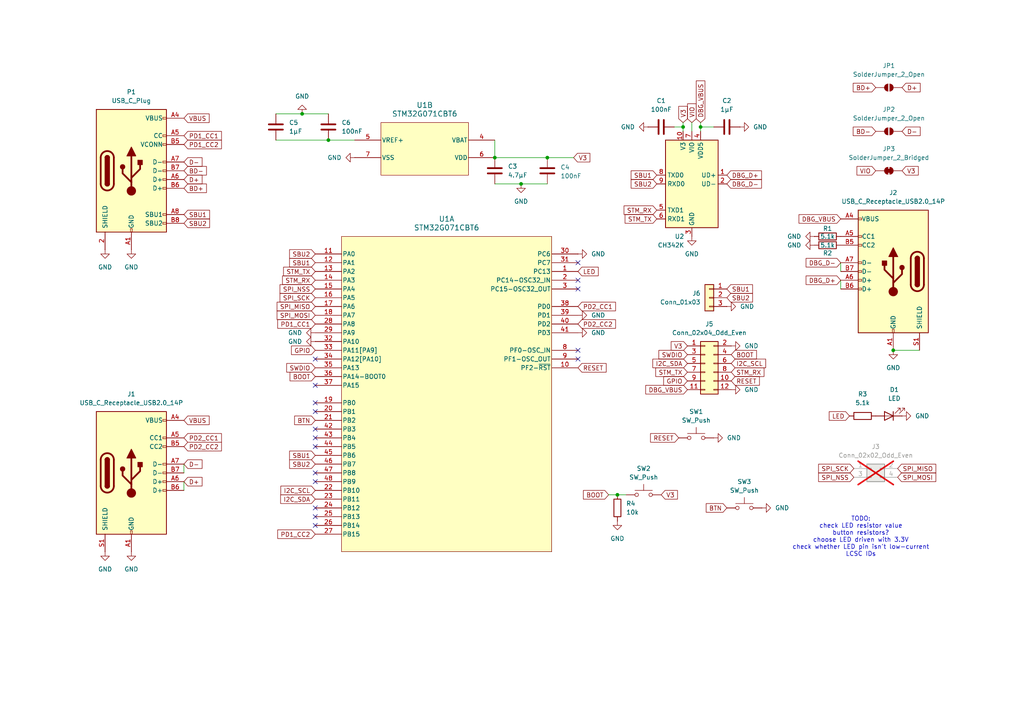
<source format=kicad_sch>
(kicad_sch (version 20231120) (generator "eeschema") (generator_version "8.0")
  (paper "A4")
  (lib_symbols
    (symbol "Connector:USB_C_Plug" (pin_names (offset 1.016))
      (property "Reference" "P1" (at 0 33.02 0))
      (property "Value" "USB_C_Plug" (at 0 30.48 0))
      (symbol "USB_C_Plug_0_0"
        (rectangle (start -0.254 -6.604) (end 0.254 -7.62))
        (rectangle (start 9.144 5.334) (end 10.16 4.826))
        (rectangle (start 9.144 7.874) (end 10.16 7.366))
        (rectangle (start 9.144 10.414) (end 10.16 9.906))
        (rectangle (start 9.144 12.954) (end 10.16 12.446))
        (rectangle (start 9.144 18.034) (end 10.16 17.526))
        (rectangle (start 10.16 -4.826) (end 9.144 -5.334))
        (rectangle (start 10.16 -2.286) (end 9.144 -2.794))
        (rectangle (start 10.16 20.574) (end 9.144 20.066))
        (rectangle (start 10.16 25.654) (end 9.144 25.146))
      )
      (symbol "USB_C_Plug_0_1"
        (rectangle (start -10.16 27.94) (end 10.16 -7.62) (stroke (width 0.254)) (fill (type background)))
        (arc (start -8.89 6.35) (mid -6.985 4.4533) (end -5.08 6.35) (stroke (width 0.508)))
        (arc (start -7.62 6.35) (mid -6.985 5.7177) (end -6.35 6.35) (stroke (width 0.254)))
        (arc (start -7.62 6.35) (mid -6.985 5.7177) (end -6.35 6.35) (stroke (width 0.254)) (fill (type outline)))
        (rectangle (start -7.62 6.35) (end -6.35 13.97) (stroke (width 0.254)) (fill (type outline)))
        (arc (start -6.35 13.97) (mid -6.985 14.6023) (end -7.62 13.97) (stroke (width 0.254)))
        (arc (start -6.35 13.97) (mid -6.985 14.6023) (end -7.62 13.97) (stroke (width 0.254)) (fill (type outline)))
        (arc (start -5.08 13.97) (mid -6.985 15.8667) (end -8.89 13.97) (stroke (width 0.508)))
        (polyline (pts (xy -8.89 6.35) (xy -8.89 13.97)) (stroke (width 0.508)))
        (polyline (pts (xy -5.08 13.97) (xy -5.08 6.35)) (stroke (width 0.508)))
      )
      (symbol "USB_C_Plug_1_1"
        (circle (center -2.54 11.303) (radius 0.635) (stroke (width 0.254)) (fill (type outline)))
        (polyline (pts (xy 0 4.318) (xy 0 14.478)) (stroke (width 0.508)))
        (polyline (pts (xy 0 6.858) (xy -2.54 9.398) (xy -2.54 10.668)) (stroke (width 0.508)))
        (polyline (pts (xy 0 8.128) (xy 2.54 10.668) (xy 2.54 11.938)) (stroke (width 0.508)))
        (polyline (pts (xy -1.27 14.478) (xy 0 17.018) (xy 1.27 14.478) (xy -1.27 14.478)) (stroke (width 0.254)) (fill (type outline)))
        (circle (center 0 4.318) (radius 1.27) (fill (type outline)))
        (rectangle (start 1.905 11.938) (end 3.175 13.208) (stroke (width 0.254)) (fill (type outline)))
        (pin passive line (at -7.62 -12.7 90) (length 5.08) (name "SHIELD") (number "2"))
        (pin passive line (at -7.62 -12.7 90) (length 5.08) hide (name "SHIELD") (number "3"))
        (pin passive line (at 0 -12.7 90) (length 5.08) (name "GND") (number "A1"))
        (pin passive line (at 0 -12.7 90) (length 5.08) hide (name "GND") (number "A12"))
        (pin passive line (at 15.24 25.4 180) (length 5.08) (name "VBUS") (number "A4"))
        (pin bidirectional line (at 15.24 20.32 180) (length 5.08) (name "CC") (number "A5"))
        (pin bidirectional line (at 15.24 7.62 180) (length 5.08) (name "D+") (number "A6"))
        (pin bidirectional line (at 15.24 12.7 180) (length 5.08) (name "D-") (number "A7"))
        (pin bidirectional line (at 15.24 -2.54 180) (length 5.08) (name "SBU1") (number "A8"))
        (pin passive line (at 15.24 25.4 180) (length 5.08) hide (name "VBUS") (number "A9"))
        (pin passive line (at 0 -12.7 90) (length 5.08) hide (name "GND") (number "B1"))
        (pin passive line (at 0 -12.7 90) (length 5.08) hide (name "GND") (number "B12"))
        (pin passive line (at 15.24 25.4 180) (length 5.08) hide (name "VBUS") (number "B4"))
        (pin bidirectional line (at 15.24 17.78 180) (length 5.08) (name "VCONN") (number "B5"))
        (pin bidirectional line (at 15.24 5.08 180) (length 5.08) (name "D+") (number "B6"))
        (pin bidirectional line (at 15.24 10.16 180) (length 5.08) (name "D-") (number "B7"))
        (pin bidirectional line (at 15.24 -5.08 180) (length 5.08) (name "SBU2") (number "B8"))
        (pin passive line (at 15.24 25.4 180) (length 5.08) hide (name "VBUS") (number "B9"))
      )
    )
    (symbol "Connector:USB_C_Receptacle_USB2.0_14P" (pin_names (offset 1.016))
      (property "Reference" "J2" (at 0 22.86 0))
      (property "Value" "USB_C_Receptacle_USB2.0_14P" (at 0 20.32 0))
      (symbol "USB_C_Receptacle_USB2.0_14P_0_0"
        (rectangle (start -0.254 -17.78) (end 0.254 -16.764))
        (rectangle (start 10.16 -4.826) (end 9.144 -5.334))
        (rectangle (start 10.16 -2.286) (end 9.144 -2.794))
        (rectangle (start 10.16 0.254) (end 9.144 -0.254))
        (rectangle (start 10.16 2.794) (end 9.144 2.286))
        (rectangle (start 10.16 7.874) (end 9.144 7.366))
        (rectangle (start 10.16 10.414) (end 9.144 9.906))
        (rectangle (start 10.16 15.494) (end 9.144 14.986))
      )
      (symbol "USB_C_Receptacle_USB2.0_14P_0_1"
        (rectangle (start -10.16 17.78) (end 10.16 -17.78) (stroke (width 0.254)) (fill (type background)))
        (arc (start -8.89 -3.81) (mid -6.985 -5.7067) (end -5.08 -3.81) (stroke (width 0.508)))
        (arc (start -7.62 -3.81) (mid -6.985 -4.4423) (end -6.35 -3.81) (stroke (width 0.254)))
        (arc (start -7.62 -3.81) (mid -6.985 -4.4423) (end -6.35 -3.81) (stroke (width 0.254)) (fill (type outline)))
        (rectangle (start -7.62 -3.81) (end -6.35 3.81) (stroke (width 0.254)) (fill (type outline)))
        (arc (start -6.35 3.81) (mid -6.985 4.4423) (end -7.62 3.81) (stroke (width 0.254)))
        (arc (start -6.35 3.81) (mid -6.985 4.4423) (end -7.62 3.81) (stroke (width 0.254)) (fill (type outline)))
        (arc (start -5.08 3.81) (mid -6.985 5.7067) (end -8.89 3.81) (stroke (width 0.508)))
        (circle (center -2.54 1.143) (radius 0.635) (stroke (width 0.254)) (fill (type outline)))
        (circle (center 0 -5.842) (radius 1.27) (fill (type outline)))
        (polyline (pts (xy -8.89 -3.81) (xy -8.89 3.81)) (stroke (width 0.508)))
        (polyline (pts (xy -5.08 3.81) (xy -5.08 -3.81)) (stroke (width 0.508)))
        (polyline (pts (xy 0 -5.842) (xy 0 4.318)) (stroke (width 0.508)))
        (polyline (pts (xy 0 -3.302) (xy -2.54 -0.762) (xy -2.54 0.508)) (stroke (width 0.508)))
        (polyline (pts (xy 0 -2.032) (xy 2.54 0.508) (xy 2.54 1.778)) (stroke (width 0.508)))
        (polyline (pts (xy -1.27 4.318) (xy 0 6.858) (xy 1.27 4.318) (xy -1.27 4.318)) (stroke (width 0.254)) (fill (type outline)))
        (rectangle (start 1.905 1.778) (end 3.175 3.048) (stroke (width 0.254)) (fill (type outline)))
      )
      (symbol "USB_C_Receptacle_USB2.0_14P_1_1"
        (pin passive line (at 0 -22.86 90) (length 5.08) (name "GND") (number "A1"))
        (pin passive line (at 15.24 15.24 180) (length 5.08) (name "VBUS") (number "A4"))
        (pin bidirectional line (at 15.24 10.16 180) (length 5.08) (name "CC1") (number "A5"))
        (pin bidirectional line (at 15.24 -2.54 180) (length 5.08) (name "D+") (number "A6"))
        (pin bidirectional line (at 15.24 2.54 180) (length 5.08) (name "D-") (number "A7"))
        (pin passive line (at 0 -22.86 90) (length 5.08) hide (name "GND") (number "B1"))
        (pin passive line (at 15.24 15.24 180) (length 5.08) hide (name "VBUS") (number "B4"))
        (pin bidirectional line (at 15.24 7.62 180) (length 5.08) (name "CC2") (number "B5"))
        (pin bidirectional line (at 15.24 -5.08 180) (length 5.08) (name "D+") (number "B6"))
        (pin bidirectional line (at 15.24 0 180) (length 5.08) (name "D-") (number "B7"))
        (pin passive line (at -7.62 -22.86 90) (length 5.08) (name "SHIELD") (number "S1"))
      )
    )
    (symbol "Connector_Generic:Conn_01x03" (pin_names (offset 1.016) hide)
      (property "Reference" "J" (at 0 5.08 0))
      (property "Value" "Conn_01x03" (at 0 -5.08 0))
      (symbol "Conn_01x03_1_1"
        (rectangle (start -1.27 -2.413) (end 0 -2.667) (stroke (width 0.1524)))
        (rectangle (start -1.27 0.127) (end 0 -0.127) (stroke (width 0.1524)))
        (rectangle (start -1.27 2.667) (end 0 2.413) (stroke (width 0.1524)))
        (rectangle (start -1.27 3.81) (end 1.27 -3.81) (stroke (width 0.254)) (fill (type background)))
        (pin passive line (at -5.08 2.54 0) (length 3.81) (name "Pin_1") (number "1"))
        (pin passive line (at -5.08 0 0) (length 3.81) (name "Pin_2") (number "2"))
        (pin passive line (at -5.08 -2.54 0) (length 3.81) (name "Pin_3") (number "3"))
      )
    )
    (symbol "Connector_Generic:Conn_02x02_Odd_Even" (pin_names (offset 1.016) hide)
      (property "Reference" "J" (at 1.27 2.54 0))
      (property "Value" "Conn_02x02_Odd_Even" (at 1.27 -5.08 0))
      (symbol "Conn_02x02_Odd_Even_1_1"
        (rectangle (start -1.27 -2.413) (end 0 -2.667) (stroke (width 0.1524)))
        (rectangle (start -1.27 0.127) (end 0 -0.127) (stroke (width 0.1524)))
        (rectangle (start -1.27 1.27) (end 3.81 -3.81) (stroke (width 0.254)) (fill (type background)))
        (rectangle (start 3.81 -2.413) (end 2.54 -2.667) (stroke (width 0.1524)))
        (rectangle (start 3.81 0.127) (end 2.54 -0.127) (stroke (width 0.1524)))
        (pin passive line (at -5.08 0 0) (length 3.81) (name "Pin_1") (number "1"))
        (pin passive line (at 7.62 0 180) (length 3.81) (name "Pin_2") (number "2"))
        (pin passive line (at -5.08 -2.54 0) (length 3.81) (name "Pin_3") (number "3"))
        (pin passive line (at 7.62 -2.54 180) (length 3.81) (name "Pin_4") (number "4"))
      )
    )
    (symbol "Connector_Generic:Conn_02x06_Odd_Even" (pin_names (offset 1.016) hide)
      (property "Reference" "J" (at 1.27 7.62 0))
      (property "Value" "Conn_02x06_Odd_Even" (at 1.27 -10.16 0))
      (symbol "Conn_02x06_Odd_Even_1_1"
        (rectangle (start -1.27 -7.493) (end 0 -7.747) (stroke (width 0.1524)))
        (rectangle (start -1.27 -4.953) (end 0 -5.207) (stroke (width 0.1524)))
        (rectangle (start -1.27 -2.413) (end 0 -2.667) (stroke (width 0.1524)))
        (rectangle (start -1.27 0.127) (end 0 -0.127) (stroke (width 0.1524)))
        (rectangle (start -1.27 2.667) (end 0 2.413) (stroke (width 0.1524)))
        (rectangle (start -1.27 5.207) (end 0 4.953) (stroke (width 0.1524)))
        (rectangle (start -1.27 6.35) (end 3.81 -8.89) (stroke (width 0.254)) (fill (type background)))
        (rectangle (start 3.81 -7.493) (end 2.54 -7.747) (stroke (width 0.1524)))
        (rectangle (start 3.81 -4.953) (end 2.54 -5.207) (stroke (width 0.1524)))
        (rectangle (start 3.81 -2.413) (end 2.54 -2.667) (stroke (width 0.1524)))
        (rectangle (start 3.81 0.127) (end 2.54 -0.127) (stroke (width 0.1524)))
        (rectangle (start 3.81 2.667) (end 2.54 2.413) (stroke (width 0.1524)))
        (rectangle (start 3.81 5.207) (end 2.54 4.953) (stroke (width 0.1524)))
        (pin passive line (at -5.08 5.08 0) (length 3.81) (name "Pin_1") (number "1"))
        (pin passive line (at 7.62 -5.08 180) (length 3.81) (name "Pin_10") (number "10"))
        (pin passive line (at -5.08 -7.62 0) (length 3.81) (name "Pin_11") (number "11"))
        (pin passive line (at 7.62 -7.62 180) (length 3.81) (name "Pin_12") (number "12"))
        (pin passive line (at 7.62 5.08 180) (length 3.81) (name "Pin_2") (number "2"))
        (pin passive line (at -5.08 2.54 0) (length 3.81) (name "Pin_3") (number "3"))
        (pin passive line (at 7.62 2.54 180) (length 3.81) (name "Pin_4") (number "4"))
        (pin passive line (at -5.08 0 0) (length 3.81) (name "Pin_5") (number "5"))
        (pin passive line (at 7.62 0 180) (length 3.81) (name "Pin_6") (number "6"))
        (pin passive line (at -5.08 -2.54 0) (length 3.81) (name "Pin_7") (number "7"))
        (pin passive line (at 7.62 -2.54 180) (length 3.81) (name "Pin_8") (number "8"))
        (pin passive line (at -5.08 -5.08 0) (length 3.81) (name "Pin_9") (number "9"))
      )
    )
    (symbol "Debubo:STM32G071CBT6" (pin_names (offset 0.254))
      (property "Reference" "U" (at 38.1 10.16 0))
      (property "Value" "STM32G071CBT6" (at 38.1 7.62 0))
      (symbol "STM32G071CBT6_1_1"
        (rectangle (start 7.62 5.08) (end 68.58 -86.36) (fill (type background)))
        (pin bidirectional line (at 76.2 -5.08 180) (length 7.62) (name "PC13") (number "1"))
        (pin bidirectional line (at 76.2 -33.02 180) (length 7.62) (name "PF2-~{RST}") (number "10"))
        (pin bidirectional line (at 0 0 0) (length 7.62) (name "PA0") (number "11"))
        (pin bidirectional line (at 0 -2.54 0) (length 7.62) (name "PA1") (number "12"))
        (pin bidirectional line (at 0 -5.08 0) (length 7.62) (name "PA2") (number "13"))
        (pin bidirectional line (at 0 -7.62 0) (length 7.62) (name "PA3") (number "14"))
        (pin bidirectional line (at 0 -10.16 0) (length 7.62) (name "PA4") (number "15"))
        (pin bidirectional line (at 0 -12.7 0) (length 7.62) (name "PA5") (number "16"))
        (pin bidirectional line (at 0 -15.24 0) (length 7.62) (name "PA6") (number "17"))
        (pin bidirectional line (at 0 -17.78 0) (length 7.62) (name "PA7") (number "18"))
        (pin bidirectional line (at 0 -43.18 0) (length 7.62) (name "PB0") (number "19"))
        (pin bidirectional line (at 76.2 -7.62 180) (length 7.62) (name "PC14-OSC32_IN") (number "2"))
        (pin bidirectional line (at 0 -45.72 0) (length 7.62) (name "PB1") (number "20"))
        (pin bidirectional line (at 0 -48.26 0) (length 7.62) (name "PB2") (number "21"))
        (pin bidirectional line (at 0 -68.58 0) (length 7.62) (name "PB10") (number "22"))
        (pin bidirectional line (at 0 -71.12 0) (length 7.62) (name "PB11") (number "23"))
        (pin bidirectional line (at 0 -73.66 0) (length 7.62) (name "PB12") (number "24"))
        (pin bidirectional line (at 0 -76.2 0) (length 7.62) (name "PB13") (number "25"))
        (pin bidirectional line (at 0 -78.74 0) (length 7.62) (name "PB14") (number "26"))
        (pin bidirectional line (at 0 -81.28 0) (length 7.62) (name "PB15") (number "27"))
        (pin bidirectional line (at 0 -20.32 0) (length 7.62) (name "PA8") (number "28"))
        (pin bidirectional line (at 0 -22.86 0) (length 7.62) (name "PA9") (number "29"))
        (pin bidirectional line (at 76.2 -10.16 180) (length 7.62) (name "PC15-OSC32_OUT") (number "3"))
        (pin bidirectional line (at 76.2 0 180) (length 7.62) (name "PC6") (number "30"))
        (pin bidirectional line (at 76.2 -2.54 180) (length 7.62) (name "PC7") (number "31"))
        (pin bidirectional line (at 0 -25.4 0) (length 7.62) (name "PA10") (number "32"))
        (pin bidirectional line (at 0 -27.94 0) (length 7.62) (name "PA11[PA9]") (number "33"))
        (pin bidirectional line (at 0 -30.48 0) (length 7.62) (name "PA12[PA10]") (number "34"))
        (pin bidirectional line (at 0 -33.02 0) (length 7.62) (name "PA13") (number "35"))
        (pin bidirectional line (at 0 -35.56 0) (length 7.62) (name "PA14-BOOT0") (number "36"))
        (pin bidirectional line (at 0 -38.1 0) (length 7.62) (name "PA15") (number "37"))
        (pin bidirectional line (at 76.2 -15.24 180) (length 7.62) (name "PD0") (number "38"))
        (pin bidirectional line (at 76.2 -17.78 180) (length 7.62) (name "PD1") (number "39"))
        (pin bidirectional line (at 76.2 -20.32 180) (length 7.62) (name "PD2") (number "40"))
        (pin bidirectional line (at 76.2 -22.86 180) (length 7.62) (name "PD3") (number "41"))
        (pin bidirectional line (at 0 -50.8 0) (length 7.62) (name "PB3") (number "42"))
        (pin bidirectional line (at 0 -53.34 0) (length 7.62) (name "PB4") (number "43"))
        (pin bidirectional line (at 0 -55.88 0) (length 7.62) (name "PB5") (number "44"))
        (pin bidirectional line (at 0 -58.42 0) (length 7.62) (name "PB6") (number "45"))
        (pin bidirectional line (at 0 -60.96 0) (length 7.62) (name "PB7") (number "46"))
        (pin bidirectional line (at 0 -63.5 0) (length 7.62) (name "PB8") (number "47"))
        (pin bidirectional line (at 0 -66.04 0) (length 7.62) (name "PB9") (number "48"))
        (pin bidirectional line (at 76.2 -27.94 180) (length 7.62) (name "PF0-OSC_IN") (number "8"))
        (pin bidirectional line (at 76.2 -30.48 180) (length 7.62) (name "PF1-OSC_OUT") (number "9"))
      )
      (symbol "STM32G071CBT6_2_1"
        (rectangle (start 7.62 5.08) (end 33.02 -10.16) (fill (type background)))
        (pin power_in line (at 40.64 0 180) (length 7.62) (name "VBAT") (number "4"))
        (pin power_in line (at 0 0 0) (length 7.62) (name "VREF+") (number "5"))
        (pin power_in line (at 40.64 -5.08 180) (length 7.62) (name "VDD") (number "6"))
        (pin power_in line (at 0 -5.08 0) (length 7.62) (name "VSS") (number "7"))
      )
    )
    (symbol "Device:C" (pin_numbers hide) (pin_names (offset 0.254))
      (property "Reference" "C" (at 0.635 2.54 0))
      (property "Value" "C" (at 0.635 -2.54 0))
      (symbol "C_0_1"
        (polyline (pts (xy -2.032 -0.762) (xy 2.032 -0.762)) (stroke (width 0.508)))
        (polyline (pts (xy -2.032 0.762) (xy 2.032 0.762)) (stroke (width 0.508)))
      )
      (symbol "C_1_1"
        (pin passive line (at 0 3.81 270) (length 2.794) (name "~") (number "1"))
        (pin passive line (at 0 -3.81 90) (length 2.794) (name "~") (number "2"))
      )
    )
    (symbol "Device:LED" (pin_numbers hide) (pin_names (offset 1.016) hide)
      (property "Reference" "D" (at 0 2.54 0))
      (property "Value" "LED" (at 0 -2.54 0))
      (symbol "LED_0_1"
        (polyline (pts (xy -1.27 -1.27) (xy -1.27 1.27)) (stroke (width 0.254)))
        (polyline (pts (xy -1.27 0) (xy 1.27 0)))
        (polyline (pts (xy 1.27 -1.27) (xy 1.27 1.27) (xy -1.27 0) (xy 1.27 -1.27)) (stroke (width 0.254)))
        (polyline (pts (xy -3.048 -0.762) (xy -4.572 -2.286) (xy -3.81 -2.286) (xy -4.572 -2.286) (xy -4.572 -1.524)))
        (polyline (pts (xy -1.778 -0.762) (xy -3.302 -2.286) (xy -2.54 -2.286) (xy -3.302 -2.286) (xy -3.302 -1.524)))
      )
      (symbol "LED_1_1"
        (pin passive line (at -3.81 0 0) (length 2.54) (name "K") (number "1"))
        (pin passive line (at 3.81 0 180) (length 2.54) (name "A") (number "2"))
      )
    )
    (symbol "Device:R" (pin_numbers hide) (pin_names (offset 0))
      (property "Reference" "R" (at 2.032 0 90))
      (property "Value" "R" (at 0 0 90))
      (symbol "R_0_1"
        (rectangle (start -1.016 -2.54) (end 1.016 2.54) (stroke (width 0.254)))
      )
      (symbol "R_1_1"
        (pin passive line (at 0 3.81 270) (length 1.27) (name "~") (number "1"))
        (pin passive line (at 0 -3.81 90) (length 1.27) (name "~") (number "2"))
      )
    )
    (symbol "Interface_USB:CH340K"
      (property "Reference" "U2" (at 2.1941 -15.24 0))
      (property "Value" "CH342K" (at 2.1941 -17.78 0))
      (symbol "CH340K_0_1"
        (rectangle (start -7.62 12.7) (end 7.62 -12.7) (stroke (width 0.254)) (fill (type background)))
      )
      (symbol "CH340K_1_0"
        (pin passive line (at 0 -15.24 90) (length 2.54) hide (name "GND") (number "11"))
      )
      (symbol "CH340K_1_1"
        (pin bidirectional line (at -10.16 2.54 0) (length 2.54) (name "UD+") (number "1"))
        (pin passive line (at 2.54 15.24 270) (length 2.54) (name "V3") (number "10"))
        (pin bidirectional line (at -10.16 0 0) (length 2.54) (name "UD-") (number "2"))
        (pin power_in line (at 0 -15.24 90) (length 2.54) (name "GND") (number "3"))
        (pin power_in line (at -2.54 15.24 270) (length 2.54) (name "VDD5") (number "4"))
        (pin output line (at 10.16 -7.62 180) (length 2.54) (name "TXD1") (number "5"))
        (pin input line (at 10.16 -10.16 180) (length 2.54) (name "RXD1") (number "6"))
        (pin power_in line (at 0 15.24 270) (length 2.54) (name "VIO") (number "7"))
        (pin output line (at 10.16 2.54 180) (length 2.54) (name "TXD0") (number "8"))
        (pin input line (at 10.16 0 180) (length 2.54) (name "RXD0") (number "9"))
      )
    )
    (symbol "Jumper:SolderJumper_2_Bridged" (pin_numbers hide) (pin_names (offset 0) hide) (exclude_from_sim yes) (in_bom no)
      (property "Reference" "JP" (at 0 2.032 0))
      (property "Value" "SolderJumper_2_Bridged" (at 0 -2.54 0))
      (symbol "SolderJumper_2_Bridged_0_1"
        (rectangle (start -0.508 0.508) (end 0.508 -0.508) (fill (type outline)))
        (arc (start -0.254 1.016) (mid -1.2656 0) (end -0.254 -1.016))
        (arc (start -0.254 1.016) (mid -1.2656 0) (end -0.254 -1.016) (fill (type outline)))
        (polyline (pts (xy -0.254 1.016) (xy -0.254 -1.016)))
        (polyline (pts (xy 0.254 1.016) (xy 0.254 -1.016)))
        (arc (start 0.254 -1.016) (mid 1.2656 0) (end 0.254 1.016))
        (arc (start 0.254 -1.016) (mid 1.2656 0) (end 0.254 1.016) (fill (type outline)))
      )
      (symbol "SolderJumper_2_Bridged_1_1"
        (pin passive line (at -3.81 0 0) (length 2.54) (name "A") (number "1"))
        (pin passive line (at 3.81 0 180) (length 2.54) (name "B") (number "2"))
      )
    )
    (symbol "Jumper:SolderJumper_2_Open" (pin_numbers hide) (pin_names (offset 0) hide) (exclude_from_sim yes) (in_bom no)
      (property "Reference" "JP" (at 0 2.032 0))
      (property "Value" "SolderJumper_2_Open" (at 0 -2.54 0))
      (symbol "SolderJumper_2_Open_0_1"
        (arc (start -0.254 1.016) (mid -1.2656 0) (end -0.254 -1.016))
        (arc (start -0.254 1.016) (mid -1.2656 0) (end -0.254 -1.016) (fill (type outline)))
        (polyline (pts (xy -0.254 1.016) (xy -0.254 -1.016)))
        (polyline (pts (xy 0.254 1.016) (xy 0.254 -1.016)))
        (arc (start 0.254 -1.016) (mid 1.2656 0) (end 0.254 1.016))
        (arc (start 0.254 -1.016) (mid 1.2656 0) (end 0.254 1.016) (fill (type outline)))
      )
      (symbol "SolderJumper_2_Open_1_1"
        (pin passive line (at -3.81 0 0) (length 2.54) (name "A") (number "1"))
        (pin passive line (at 3.81 0 180) (length 2.54) (name "B") (number "2"))
      )
    )
    (symbol "Switch:SW_Push" (pin_numbers hide) (pin_names (offset 1.016) hide)
      (property "Reference" "SW" (at 1.27 2.54 0))
      (property "Value" "SW_Push" (at 0 -1.524 0))
      (symbol "SW_Push_0_1"
        (circle (center -2.032 0) (radius 0.508))
        (polyline (pts (xy 0 1.27) (xy 0 3.048)))
        (polyline (pts (xy 2.54 1.27) (xy -2.54 1.27)))
        (circle (center 2.032 0) (radius 0.508))
        (pin passive line (at -5.08 0 0) (length 2.54) (name "1") (number "1"))
        (pin passive line (at 5.08 0 180) (length 2.54) (name "2") (number "2"))
      )
    )
    (symbol "USB_C_Receptacle_USB2.0_14P_1" (pin_names (offset 1.016))
      (property "Reference" "J1" (at 0 22.86 0))
      (property "Value" "USB_C_Receptacle_USB2.0_14P" (at 0 20.32 0))
      (symbol "USB_C_Receptacle_USB2.0_14P_1_0_0"
        (rectangle (start -0.254 -17.78) (end 0.254 -16.764))
        (rectangle (start 10.16 -4.826) (end 9.144 -5.334))
        (rectangle (start 10.16 -2.286) (end 9.144 -2.794))
        (rectangle (start 10.16 0.254) (end 9.144 -0.254))
        (rectangle (start 10.16 2.794) (end 9.144 2.286))
        (rectangle (start 10.16 7.874) (end 9.144 7.366))
        (rectangle (start 10.16 10.414) (end 9.144 9.906))
        (rectangle (start 10.16 15.494) (end 9.144 14.986))
      )
      (symbol "USB_C_Receptacle_USB2.0_14P_1_0_1"
        (rectangle (start -10.16 17.78) (end 10.16 -17.78) (stroke (width 0.254)) (fill (type background)))
        (arc (start -8.89 -3.81) (mid -6.985 -5.7067) (end -5.08 -3.81) (stroke (width 0.508)))
        (arc (start -7.62 -3.81) (mid -6.985 -4.4423) (end -6.35 -3.81) (stroke (width 0.254)))
        (arc (start -7.62 -3.81) (mid -6.985 -4.4423) (end -6.35 -3.81) (stroke (width 0.254)) (fill (type outline)))
        (rectangle (start -7.62 -3.81) (end -6.35 3.81) (stroke (width 0.254)) (fill (type outline)))
        (arc (start -6.35 3.81) (mid -6.985 4.4423) (end -7.62 3.81) (stroke (width 0.254)))
        (arc (start -6.35 3.81) (mid -6.985 4.4423) (end -7.62 3.81) (stroke (width 0.254)) (fill (type outline)))
        (arc (start -5.08 3.81) (mid -6.985 5.7067) (end -8.89 3.81) (stroke (width 0.508)))
        (circle (center -2.54 1.143) (radius 0.635) (stroke (width 0.254)) (fill (type outline)))
        (circle (center 0 -5.842) (radius 1.27) (fill (type outline)))
        (polyline (pts (xy -8.89 -3.81) (xy -8.89 3.81)) (stroke (width 0.508)))
        (polyline (pts (xy -5.08 3.81) (xy -5.08 -3.81)) (stroke (width 0.508)))
        (polyline (pts (xy 0 -5.842) (xy 0 4.318)) (stroke (width 0.508)))
        (polyline (pts (xy 0 -3.302) (xy -2.54 -0.762) (xy -2.54 0.508)) (stroke (width 0.508)))
        (polyline (pts (xy 0 -2.032) (xy 2.54 0.508) (xy 2.54 1.778)) (stroke (width 0.508)))
        (polyline (pts (xy -1.27 4.318) (xy 0 6.858) (xy 1.27 4.318) (xy -1.27 4.318)) (stroke (width 0.254)) (fill (type outline)))
        (rectangle (start 1.905 1.778) (end 3.175 3.048) (stroke (width 0.254)) (fill (type outline)))
      )
      (symbol "USB_C_Receptacle_USB2.0_14P_1_1_1"
        (pin passive line (at 0 -22.86 90) (length 5.08) (name "GND") (number "A1"))
        (pin passive line (at 15.24 15.24 180) (length 5.08) (name "VBUS") (number "A4"))
        (pin bidirectional line (at 15.24 10.16 180) (length 5.08) (name "CC1") (number "A5"))
        (pin bidirectional line (at 15.24 -2.54 180) (length 5.08) (name "D+") (number "A6"))
        (pin bidirectional line (at 15.24 2.54 180) (length 5.08) (name "D-") (number "A7"))
        (pin passive line (at 0 -22.86 90) (length 5.08) hide (name "GND") (number "B1"))
        (pin passive line (at 15.24 15.24 180) (length 5.08) hide (name "VBUS") (number "B4"))
        (pin bidirectional line (at 15.24 7.62 180) (length 5.08) (name "CC2") (number "B5"))
        (pin bidirectional line (at 15.24 -5.08 180) (length 5.08) (name "D+") (number "B6"))
        (pin bidirectional line (at 15.24 0 180) (length 5.08) (name "D-") (number "B7"))
        (pin passive line (at -7.62 -22.86 90) (length 5.08) (name "SHIELD") (number "S1"))
      )
    )
    (symbol "power:GND" (power) (pin_numbers hide) (pin_names (offset 0) hide)
      (property "Value" "GND" (at 0 -3.81 0))
      (symbol "GND_0_1"
        (polyline (pts (xy 0 0) (xy 0 -1.27) (xy 1.27 -1.27) (xy 0 -2.54) (xy -1.27 -1.27) (xy 0 -1.27)))
      )
      (symbol "GND_1_1"
        (pin power_in line (at 0 0 270) (length 0) (name "~") (number "1"))
      )
    )
  )
  (junction (at 198.12 36.83))
  (junction (at 95.25 40.64))
  (junction (at 259.08 101.6))
  (junction (at 87.63 33.02))
  (junction (at 151.13 53.34))
  (junction (at 203.2 36.83))
  (junction (at 143.51 45.72))
  (junction (at 179.07 143.51))
  (junction (at 158.75 45.72))
  (no_connect (at 167.64 81.28))
  (no_connect (at 91.44 116.84))
  (no_connect (at 91.44 111.76))
  (no_connect (at 167.64 83.82))
  (no_connect (at 91.44 124.46))
  (no_connect (at 91.44 152.4))
  (no_connect (at 91.44 127))
  (no_connect (at 91.44 139.7))
  (no_connect (at 91.44 149.86))
  (no_connect (at 91.44 119.38))
  (no_connect (at 167.64 104.14))
  (no_connect (at 167.64 76.2))
  (no_connect (at 91.44 137.16))
  (no_connect (at 91.44 129.54))
  (no_connect (at 167.64 101.6))
  (no_connect (at 91.44 104.14))
  (no_connect (at 91.44 147.32))
  (wire (pts (xy 198.12 35.56) (xy 198.12 36.83)))
  (wire (pts (xy 95.25 40.64) (xy 102.87 40.64)))
  (wire (pts (xy 200.66 35.56) (xy 200.66 38.1)))
  (wire (pts (xy 143.51 40.64) (xy 143.51 45.72)))
  (wire (pts (xy 53.34 134.62) (xy 53.34 137.16)))
  (wire (pts (xy 143.51 45.72) (xy 158.75 45.72)))
  (wire (pts (xy 143.51 53.34) (xy 151.13 53.34)))
  (wire (pts (xy 80.01 40.64) (xy 95.25 40.64)))
  (wire (pts (xy 53.34 139.7) (xy 53.34 142.24)))
  (wire (pts (xy 243.84 81.28) (xy 243.84 83.82)))
  (wire (pts (xy 203.2 36.83) (xy 203.2 38.1)))
  (wire (pts (xy 87.63 33.02) (xy 95.25 33.02)))
  (wire (pts (xy 151.13 53.34) (xy 158.75 53.34)))
  (wire (pts (xy 243.84 76.2) (xy 243.84 78.74)))
  (wire (pts (xy 259.08 101.6) (xy 266.7 101.6)))
  (wire (pts (xy 203.2 35.56) (xy 203.2 36.83)))
  (wire (pts (xy 207.01 36.83) (xy 203.2 36.83)))
  (wire (pts (xy 195.58 36.83) (xy 198.12 36.83)))
  (wire (pts (xy 198.12 36.83) (xy 198.12 38.1)))
  (wire (pts (xy 158.75 45.72) (xy 166.37 45.72)))
  (wire (pts (xy 179.07 143.51) (xy 181.61 143.51)))
  (wire (pts (xy 80.01 33.02) (xy 87.63 33.02)))
  (wire (pts (xy 176.53 143.51) (xy 179.07 143.51)))
  (text "TODO:\ncheck LED resistor value\nbutton resistors?\nchoose LED driven with 3.3V\ncheck whether LED pin isn't low-current\nLCSC IDs" (at 249.682 155.702 0) (effects (font (size 1.27 1.27))))
  (global_label "V3" (shape input) (at 199.39 100.33 180) (property "Intersheetrefs" "${INTERSHEET_REFS}" (effects (hide yes))))
  (global_label "BTN" (shape input) (at 91.44 121.92 180) (property "Intersheetrefs" "${INTERSHEET_REFS}" (effects (hide yes))))
  (global_label "BD+" (shape input) (at 53.34 54.61 0) (property "Intersheetrefs" "${INTERSHEET_REFS}" (effects (hide yes))))
  (global_label "DBG_D+" (shape input) (at 210.82 50.8 0) (property "Intersheetrefs" "${INTERSHEET_REFS}" (effects (hide yes))))
  (global_label "SPI_SCK" (shape input) (at 91.44 86.36 180) (property "Intersheetrefs" "${INTERSHEET_REFS}" (effects (hide yes))))
  (global_label "PD1_CC1" (shape input) (at 91.44 93.98 180) (property "Intersheetrefs" "${INTERSHEET_REFS}" (effects (hide yes))))
  (global_label "SBU2" (shape input) (at 91.44 134.62 180) (property "Intersheetrefs" "${INTERSHEET_REFS}" (effects (hide yes))))
  (global_label "RESET" (shape input) (at 196.85 127 180) (property "Intersheetrefs" "${INTERSHEET_REFS}" (effects (hide yes))))
  (global_label "GPIO" (shape input) (at 199.39 110.49 180) (property "Intersheetrefs" "${INTERSHEET_REFS}" (effects (hide yes))))
  (global_label "PD1_CC2" (shape input) (at 53.34 41.91 0) (property "Intersheetrefs" "${INTERSHEET_REFS}" (effects (hide yes))))
  (global_label "STM_TX" (shape input) (at 199.39 107.95 180) (property "Intersheetrefs" "${INTERSHEET_REFS}" (effects (hide yes))))
  (global_label "SPI_MOSI" (shape input) (at 260.35 138.43 0) (property "Intersheetrefs" "${INTERSHEET_REFS}" (effects (hide yes))))
  (global_label "VIO" (shape input) (at 200.66 35.56 90) (property "Intersheetrefs" "${INTERSHEET_REFS}" (effects (hide yes))))
  (global_label "SBU2" (shape input) (at 91.44 73.66 180) (property "Intersheetrefs" "${INTERSHEET_REFS}" (effects (hide yes))))
  (global_label "V3" (shape input) (at 166.37 45.72 0) (property "Intersheetrefs" "${INTERSHEET_REFS}" (effects (hide yes))))
  (global_label "VBUS" (shape input) (at 53.34 121.92 0) (property "Intersheetrefs" "${INTERSHEET_REFS}" (effects (hide yes))))
  (global_label "PD2_CC2" (shape input) (at 53.34 129.54 0) (property "Intersheetrefs" "${INTERSHEET_REFS}" (effects (hide yes))))
  (global_label "I2C_SDA" (shape input) (at 91.44 144.78 180) (property "Intersheetrefs" "${INTERSHEET_REFS}" (effects (hide yes))))
  (global_label "BOOT" (shape input) (at 176.53 143.51 180) (property "Intersheetrefs" "${INTERSHEET_REFS}" (effects (hide yes))))
  (global_label "V3" (shape input) (at 261.62 49.53 0) (property "Intersheetrefs" "${INTERSHEET_REFS}" (effects (hide yes))))
  (global_label "GPIO" (shape input) (at 91.44 101.6 180) (property "Intersheetrefs" "${INTERSHEET_REFS}" (effects (hide yes))))
  (global_label "SPI_MOSI" (shape input) (at 91.44 91.44 180) (property "Intersheetrefs" "${INTERSHEET_REFS}" (effects (hide yes))))
  (global_label "V3" (shape input) (at 191.77 143.51 0) (property "Intersheetrefs" "${INTERSHEET_REFS}" (effects (hide yes))))
  (global_label "SPI_MISO" (shape input) (at 260.35 135.89 0) (property "Intersheetrefs" "${INTERSHEET_REFS}" (effects (hide yes))))
  (global_label "LED" (shape input) (at 167.64 78.74 0) (property "Intersheetrefs" "${INTERSHEET_REFS}" (effects (hide yes))))
  (global_label "SBU1" (shape input) (at 91.44 132.08 180) (property "Intersheetrefs" "${INTERSHEET_REFS}" (effects (hide yes))))
  (global_label "STM_RX" (shape input) (at 190.5 60.96 180) (property "Intersheetrefs" "${INTERSHEET_REFS}" (effects (hide yes))))
  (global_label "BOOT" (shape input) (at 91.44 109.22 180) (property "Intersheetrefs" "${INTERSHEET_REFS}" (effects (hide yes))))
  (global_label "SBU2" (shape input) (at 53.34 64.77 0) (property "Intersheetrefs" "${INTERSHEET_REFS}" (effects (hide yes))))
  (global_label "RESET" (shape input) (at 212.09 110.49 0) (property "Intersheetrefs" "${INTERSHEET_REFS}" (effects (hide yes))))
  (global_label "SPI_NSS" (shape input) (at 91.44 83.82 180) (property "Intersheetrefs" "${INTERSHEET_REFS}" (effects (hide yes))))
  (global_label "I2C_SDA" (shape input) (at 199.39 105.41 180) (property "Intersheetrefs" "${INTERSHEET_REFS}" (effects (hide yes))))
  (global_label "RESET" (shape input) (at 167.64 106.68 0) (property "Intersheetrefs" "${INTERSHEET_REFS}" (effects (hide yes))))
  (global_label "SBU1" (shape input) (at 190.5 50.8 180) (property "Intersheetrefs" "${INTERSHEET_REFS}" (effects (hide yes))))
  (global_label "D-" (shape input) (at 261.62 38.1 0) (property "Intersheetrefs" "${INTERSHEET_REFS}" (effects (hide yes))))
  (global_label "BTN" (shape input) (at 210.82 147.32 180) (property "Intersheetrefs" "${INTERSHEET_REFS}" (effects (hide yes))))
  (global_label "BD+" (shape input) (at 254 25.4 180) (property "Intersheetrefs" "${INTERSHEET_REFS}" (effects (hide yes))))
  (global_label "PD1_CC2" (shape input) (at 91.44 154.94 180) (property "Intersheetrefs" "${INTERSHEET_REFS}" (effects (hide yes))))
  (global_label "D+" (shape input) (at 53.34 139.7 0) (property "Intersheetrefs" "${INTERSHEET_REFS}" (effects (hide yes))))
  (global_label "SPI_MISO" (shape input) (at 91.44 88.9 180) (property "Intersheetrefs" "${INTERSHEET_REFS}" (effects (hide yes))))
  (global_label "VIO" (shape input) (at 254 49.53 180) (property "Intersheetrefs" "${INTERSHEET_REFS}" (effects (hide yes))))
  (global_label "SPI_SCK" (shape input) (at 247.65 135.89 180) (property "Intersheetrefs" "${INTERSHEET_REFS}" (effects (hide yes))))
  (global_label "DBG_D-" (shape input) (at 243.84 76.2 180) (property "Intersheetrefs" "${INTERSHEET_REFS}" (effects (hide yes))))
  (global_label "BD-" (shape input) (at 254 38.1 180) (property "Intersheetrefs" "${INTERSHEET_REFS}" (effects (hide yes))))
  (global_label "V3" (shape input) (at 198.12 35.56 90) (property "Intersheetrefs" "${INTERSHEET_REFS}" (effects (hide yes))))
  (global_label "SBU1" (shape input) (at 53.34 62.23 0) (property "Intersheetrefs" "${INTERSHEET_REFS}" (effects (hide yes))))
  (global_label "SBU1" (shape input) (at 91.44 76.2 180) (property "Intersheetrefs" "${INTERSHEET_REFS}" (effects (hide yes))))
  (global_label "I2C_SCL" (shape input) (at 91.44 142.24 180) (property "Intersheetrefs" "${INTERSHEET_REFS}" (effects (hide yes))))
  (global_label "PD2_CC1" (shape input) (at 167.64 88.9 0) (property "Intersheetrefs" "${INTERSHEET_REFS}" (effects (hide yes))))
  (global_label "DBG_VBUS" (shape input) (at 203.2 35.56 90) (property "Intersheetrefs" "${INTERSHEET_REFS}" (effects (hide yes))))
  (global_label "PD2_CC2" (shape input) (at 167.64 93.98 0) (property "Intersheetrefs" "${INTERSHEET_REFS}" (effects (hide yes))))
  (global_label "BD-" (shape input) (at 53.34 49.53 0) (property "Intersheetrefs" "${INTERSHEET_REFS}" (effects (hide yes))))
  (global_label "STM_TX" (shape input) (at 91.44 78.74 180) (property "Intersheetrefs" "${INTERSHEET_REFS}" (effects (hide yes))))
  (global_label "DBG_VBUS" (shape input) (at 243.84 63.5 180) (property "Intersheetrefs" "${INTERSHEET_REFS}" (effects (hide yes))))
  (global_label "DBG_D-" (shape input) (at 210.82 53.34 0) (property "Intersheetrefs" "${INTERSHEET_REFS}" (effects (hide yes))))
  (global_label "SWDIO" (shape input) (at 91.44 106.68 180) (property "Intersheetrefs" "${INTERSHEET_REFS}" (effects (hide yes))))
  (global_label "VBUS" (shape input) (at 53.34 34.29 0) (property "Intersheetrefs" "${INTERSHEET_REFS}" (effects (hide yes))))
  (global_label "SWDIO" (shape input) (at 199.39 102.87 180) (property "Intersheetrefs" "${INTERSHEET_REFS}" (effects (hide yes))))
  (global_label "SBU2" (shape input) (at 190.5 53.34 180) (property "Intersheetrefs" "${INTERSHEET_REFS}" (effects (hide yes))))
  (global_label "DBG_D+" (shape input) (at 243.84 81.28 180) (property "Intersheetrefs" "${INTERSHEET_REFS}" (effects (hide yes))))
  (global_label "PD2_CC1" (shape input) (at 53.34 127 0) (property "Intersheetrefs" "${INTERSHEET_REFS}" (effects (hide yes))))
  (global_label "SPI_NSS" (shape input) (at 247.65 138.43 180) (property "Intersheetrefs" "${INTERSHEET_REFS}" (effects (hide yes))))
  (global_label "D-" (shape input) (at 53.34 46.99 0) (property "Intersheetrefs" "${INTERSHEET_REFS}" (effects (hide yes))))
  (global_label "STM_TX" (shape input) (at 190.5 63.5 180) (property "Intersheetrefs" "${INTERSHEET_REFS}" (effects (hide yes))))
  (global_label "D+" (shape input) (at 261.62 25.4 0) (property "Intersheetrefs" "${INTERSHEET_REFS}" (effects (hide yes))))
  (global_label "BOOT" (shape input) (at 212.09 102.87 0) (property "Intersheetrefs" "${INTERSHEET_REFS}" (effects (hide yes))))
  (global_label "STM_RX" (shape input) (at 212.09 107.95 0) (property "Intersheetrefs" "${INTERSHEET_REFS}" (effects (hide yes))))
  (global_label "D+" (shape input) (at 53.34 52.07 0) (property "Intersheetrefs" "${INTERSHEET_REFS}" (effects (hide yes))))
  (global_label "PD1_CC1" (shape input) (at 53.34 39.37 0) (property "Intersheetrefs" "${INTERSHEET_REFS}" (effects (hide yes))))
  (global_label "DBG_VBUS" (shape input) (at 199.39 113.03 180) (property "Intersheetrefs" "${INTERSHEET_REFS}" (effects (hide yes))))
  (global_label "I2C_SCL" (shape input) (at 212.09 105.41 0) (property "Intersheetrefs" "${INTERSHEET_REFS}" (effects (hide yes))))
  (global_label "STM_RX" (shape input) (at 91.44 81.28 180) (property "Intersheetrefs" "${INTERSHEET_REFS}" (effects (hide yes))))
  (global_label "SBU1" (shape input) (at 210.82 83.82 0) (property "Intersheetrefs" "${INTERSHEET_REFS}" (effects (hide yes))))
  (global_label "SBU2" (shape input) (at 210.82 86.36 0) (property "Intersheetrefs" "${INTERSHEET_REFS}" (effects (hide yes))))
  (global_label "D-" (shape input) (at 53.34 134.62 0) (property "Intersheetrefs" "${INTERSHEET_REFS}" (effects (hide yes))))
  (global_label "LED" (shape input) (at 246.38 120.65 180) (property "Intersheetrefs" "${INTERSHEET_REFS}" (effects (hide yes))))
  (symbol (lib_id "Device:R") (at 240.03 68.58 90) (unit 1)
    (property "Reference" "R1" (at 240.03 66.294 90))
    (property "Value" "5.1k" (at 240.03 68.58 90))
    (property "Footprint" "Resistor_SMD:R_1206_3216Metric_Pad1.30x1.75mm_HandSolder" (effects (hide yes)))
    (property "Description" "Resistor" (effects (hide yes)))
    (property "LCSC" "C26033" (effects (hide yes)))
  )
  (symbol (lib_id "power:GND") (at 102.87 45.72 270) (unit 1)
    (property "Reference" "#PWR03" (effects (hide yes)))
    (property "Value" "GND" (at 99.06 45.7199 90) (effects (justify right)))
    (property "Description" "Power symbol creates a global label with name \"GND\" , ground" (effects (hide yes)))
  )
  (symbol (lib_id "Switch:SW_Push") (at 215.9 147.32 0) (unit 1)
    (property "Reference" "SW3" (at 215.9 139.7 0))
    (property "Value" "SW_Push" (at 215.9 142.24 0))
    (property "Footprint" "Button_Switch_SMD:SW_SPST_B3U-1000P" (effects (hide yes)))
    (property "Description" "Push button switch, generic, two pins" (effects (hide yes)))
    (property "LCSC" "C231329" (effects (hide yes)))
  )
  (symbol (lib_id "power:GND") (at 91.44 99.06 270) (unit 1)
    (property "Reference" "#PWR020" (effects (hide yes)))
    (property "Value" "GND" (at 87.63 99.0599 90) (effects (justify right)))
    (property "Description" "Power symbol creates a global label with name \"GND\" , ground" (effects (hide yes)))
  )
  (symbol (lib_id "power:GND") (at 210.82 88.9 90) (mirror x) (unit 1)
    (property "Reference" "#PWR015" (effects (hide yes)))
    (property "Value" "GND" (at 214.63 88.8999 90) (effects (justify right)))
    (property "Description" "Power symbol creates a global label with name \"GND\" , ground" (effects (hide yes)))
  )
  (symbol (lib_id "Device:R") (at 179.07 147.32 180) (unit 1)
    (property "Reference" "R4" (at 181.61 146.0499 0) (effects (justify right)))
    (property "Value" "10k" (at 181.61 148.5899 0) (effects (justify right)))
    (property "Footprint" "Resistor_SMD:R_1206_3216Metric_Pad1.30x1.75mm_HandSolder" (effects (hide yes)))
    (property "Description" "Resistor" (effects (hide yes)))
    (property "LCSC" "C26033" (effects (hide yes)))
  )
  (symbol (lib_id "power:GND") (at 87.63 33.02 180) (unit 1)
    (property "Reference" "#PWR017" (effects (hide yes)))
    (property "Value" "GND" (at 87.63 27.94 0))
    (property "Description" "Power symbol creates a global label with name \"GND\" , ground" (effects (hide yes)))
  )
  (symbol (lib_id "power:GND") (at 236.22 68.58 270) (unit 1)
    (property "Reference" "#PWR018" (effects (hide yes)))
    (property "Value" "GND" (at 232.41 68.5799 90) (effects (justify right)))
    (property "Description" "Power symbol creates a global label with name \"GND\" , ground" (effects (hide yes)))
  )
  (symbol (lib_id "Debubo:STM32G071CBT6") (at 102.87 40.64 0) (unit 2)
    (property "Reference" "U1" (at 123.19 30.48 0) (effects (font (size 1.524 1.524))))
    (property "Value" "STM32G071CBT6" (at 123.19 33.02 0) (effects (font (size 1.524 1.524))))
    (property "Footprint" "Package_QFP:LQFP-48_7x7mm_P0.5mm" (effects (hide yes)))
    (property "Datasheet" "STM32G071CBT6" (effects (hide yes)))
    (property "LCSC" "C432212" (effects (hide yes)))
  )
  (symbol (lib_id "power:GND") (at 212.09 100.33 90) (unit 1)
    (property "Reference" "#PWR016" (effects (hide yes)))
    (property "Value" "GND" (at 215.9 100.3299 90) (effects (justify right)))
    (property "Description" "Power symbol creates a global label with name \"GND\" , ground" (effects (hide yes)))
  )
  (symbol (lib_id "power:GND") (at 30.48 72.39 0) (unit 1)
    (property "Reference" "#PWR025" (effects (hide yes)))
    (property "Value" "GND" (at 30.48 77.47 0))
    (property "Description" "Power symbol creates a global label with name \"GND\" , ground" (effects (hide yes)))
  )
  (symbol (lib_id "Device:C") (at 95.25 36.83 0) (unit 1)
    (property "Reference" "C6" (at 99.06 35.5599 0) (effects (justify left)))
    (property "Value" "100nF" (at 99.06 38.0999 0) (effects (justify left)))
    (property "Footprint" "Capacitor_SMD:C_1206_3216Metric_Pad1.33x1.80mm_HandSolder" (effects (hide yes)))
    (property "Description" "Unpolarized capacitor" (effects (hide yes)))
    (property "LCSC" "C24497" (effects (hide yes)))
  )
  (symbol (lib_id "Switch:SW_Push") (at 201.93 127 0) (unit 1)
    (property "Reference" "SW1" (at 201.93 119.38 0))
    (property "Value" "SW_Push" (at 201.93 121.92 0))
    (property "Footprint" "Button_Switch_SMD:SW_SPST_B3U-1000P" (effects (hide yes)))
    (property "Description" "Push button switch, generic, two pins" (effects (hide yes)))
    (property "LCSC" "C231329" (effects (hide yes)))
  )
  (symbol (lib_id "Interface_USB:CH340K") (at 200.66 53.34 0) (mirror y) (unit 1)
    (property "Reference" "U2" (at 198.4659 68.58 0) (effects (justify left)))
    (property "Value" "CH342K" (at 198.4659 71.12 0) (effects (justify left)))
    (property "Footprint" "Package_SO:SSOP-10-1EP_3.9x4.9mm_P1mm_EP2.1x3.3mm" (effects (hide yes)))
    (property "Datasheet" "https://www.wch-ic.com/downloads/file/295.html" (effects (hide yes)))
    (property "Description" "USB serial converter, dual UART, SSOP-10" (effects (hide yes)))
    (property "LCSC" "C2826608" (effects (hide yes)))
  )
  (symbol (lib_id "Jumper:SolderJumper_2_Open") (at 257.81 25.4 0) (unit 1) (exclude_from_sim yes) (in_bom no)
    (property "Reference" "JP1" (at 257.81 19.05 0))
    (property "Value" "SolderJumper_2_Open" (at 257.81 21.59 0))
    (property "Footprint" "Debubo:SolderJumperSmol" (effects (hide yes)))
    (property "Description" "Solder Jumper, 2-pole, open" (effects (hide yes)))
  )
  (symbol (lib_id "power:GND") (at 167.64 91.44 90) (unit 1)
    (property "Reference" "#PWR011" (effects (hide yes)))
    (property "Value" "GND" (at 171.45 91.4399 90) (effects (justify right)))
    (property "Description" "Power symbol creates a global label with name \"GND\" , ground" (effects (hide yes)))
  )
  (symbol (lib_id "power:GND") (at 187.96 36.83 270) (unit 1)
    (property "Reference" "#PWR06" (effects (hide yes)))
    (property "Value" "GND" (at 184.15 36.8299 90) (effects (justify right)))
    (property "Description" "Power symbol creates a global label with name \"GND\" , ground" (effects (hide yes)))
  )
  (symbol (lib_id "power:GND") (at 214.63 36.83 90) (unit 1)
    (property "Reference" "#PWR07" (effects (hide yes)))
    (property "Value" "GND" (at 218.44 36.8299 90) (effects (justify right)))
    (property "Description" "Power symbol creates a global label with name \"GND\" , ground" (effects (hide yes)))
  )
  (symbol (lib_id "Device:R") (at 240.03 71.12 90) (unit 1)
    (property "Reference" "R2" (at 240.03 73.406 90))
    (property "Value" "5.1k" (at 240.03 71.12 90))
    (property "Footprint" "Resistor_SMD:R_1206_3216Metric_Pad1.30x1.75mm_HandSolder" (effects (hide yes)))
    (property "Description" "Resistor" (effects (hide yes)))
    (property "LCSC" "C26033" (effects (hide yes)))
  )
  (symbol (lib_id "power:GND") (at 200.66 68.58 0) (unit 1)
    (property "Reference" "#PWR04" (effects (hide yes)))
    (property "Value" "GND" (at 200.66 73.66 0))
    (property "Description" "Power symbol creates a global label with name \"GND\" , ground" (effects (hide yes)))
  )
  (symbol (lib_id "power:GND") (at 38.1 72.39 0) (unit 1)
    (property "Reference" "#PWR02" (effects (hide yes)))
    (property "Value" "GND" (at 38.1 77.47 0))
    (property "Description" "Power symbol creates a global label with name \"GND\" , ground" (effects (hide yes)))
  )
  (symbol (lib_id "Device:C") (at 80.01 36.83 180) (unit 1)
    (property "Reference" "C5" (at 83.82 35.5599 0) (effects (justify right)))
    (property "Value" "1µF" (at 83.82 38.0999 0) (effects (justify right)))
    (property "Footprint" "Capacitor_SMD:C_1206_3216Metric_Pad1.33x1.80mm_HandSolder" (effects (hide yes)))
    (property "Description" "Unpolarized capacitor" (effects (hide yes)))
    (property "LCSC" "C24497" (effects (hide yes)))
  )
  (symbol (lib_id "power:GND") (at 259.08 101.6 0) (unit 1)
    (property "Reference" "#PWR05" (effects (hide yes)))
    (property "Value" "GND" (at 259.08 106.68 0))
    (property "Description" "Power symbol creates a global label with name \"GND\" , ground" (effects (hide yes)))
  )
  (symbol (lib_id "power:GND") (at 91.44 96.52 270) (unit 1)
    (property "Reference" "#PWR013" (effects (hide yes)))
    (property "Value" "GND" (at 87.63 96.5199 90) (effects (justify right)))
    (property "Description" "Power symbol creates a global label with name \"GND\" , ground" (effects (hide yes)))
  )
  (symbol (lib_id "Connector_Generic:Conn_01x03") (at 205.74 86.36 0) (mirror y) (unit 1)
    (property "Reference" "J6" (at 203.2 85.0899 0) (effects (justify left)))
    (property "Value" "Conn_01x03" (at 203.2 87.6299 0) (effects (justify left)))
    (property "Footprint" "Connector_PinSocket_2.54mm:PinSocket_1x03_P2.54mm_Vertical" (effects (hide yes)))
    (property "Description" "Generic connector, single row, 01x03, script generated (kicad-library-utils/schlib/autogen/connector/)" (effects (hide yes)))
  )
  (symbol (lib_id "Device:C") (at 210.82 36.83 90) (unit 1)
    (property "Reference" "C2" (at 210.82 29.21 90))
    (property "Value" "1µF" (at 210.82 31.75 90))
    (property "Footprint" "Capacitor_SMD:C_1206_3216Metric_Pad1.33x1.80mm_HandSolder" (effects (hide yes)))
    (property "Description" "Unpolarized capacitor" (effects (hide yes)))
    (property "LCSC" "C1966364" (effects (hide yes)))
  )
  (symbol (lib_id "power:GND") (at 261.62 120.65 90) (unit 1)
    (property "Reference" "#PWR022" (effects (hide yes)))
    (property "Value" "GND" (at 265.43 120.6499 90) (effects (justify right)))
    (property "Description" "Power symbol creates a global label with name \"GND\" , ground" (effects (hide yes)))
  )
  (symbol (lib_id "Switch:SW_Push") (at 186.69 143.51 0) (unit 1)
    (property "Reference" "SW2" (at 186.69 135.89 0))
    (property "Value" "SW_Push" (at 186.69 138.43 0))
    (property "Footprint" "Button_Switch_SMD:SW_SPST_B3U-1000P" (effects (hide yes)))
    (property "Description" "Push button switch, generic, two pins" (effects (hide yes)))
    (property "LCSC" "C231329" (effects (hide yes)))
  )
  (symbol (lib_id "Connector:USB_C_Receptacle_USB2.0_14P") (at 259.08 78.74 0) (mirror y) (unit 1)
    (property "Reference" "J2" (at 259.08 55.88 0))
    (property "Value" "USB_C_Receptacle_USB2.0_14P" (at 259.08 58.42 0))
    (property "Footprint" "Debubo:USB-C-SMD_TYPE-C-6PIN-2MD-073" (effects (hide yes)))
    (property "Datasheet" "https://www.usb.org/sites/default/files/documents/usb_type-c.zip" (effects (hide yes)))
    (property "Description" "USB 2.0-only 14P Type-C Receptacle connector" (effects (hide yes)))
    (property "LCSC" "C2765186" (effects (hide yes)))
  )
  (symbol (lib_id "Jumper:SolderJumper_2_Bridged") (at 257.81 49.53 0) (unit 1) (exclude_from_sim yes) (in_bom no)
    (property "Reference" "JP3" (at 257.81 43.18 0))
    (property "Value" "SolderJumper_2_Bridged" (at 257.81 45.72 0))
    (property "Footprint" "Debubo:SolderJumperBridgedSmol" (effects (hide yes)))
    (property "Description" "Solder Jumper, 2-pole, closed/bridged" (effects (hide yes)))
  )
  (symbol (lib_id "power:GND") (at 236.22 71.12 270) (unit 1)
    (property "Reference" "#PWR019" (effects (hide yes)))
    (property "Value" "GND" (at 232.41 71.1199 90) (effects (justify right)))
    (property "Description" "Power symbol creates a global label with name \"GND\" , ground" (effects (hide yes)))
  )
  (symbol (lib_id "power:GND") (at 30.48 160.02 0) (unit 1)
    (property "Reference" "#PWR024" (effects (hide yes)))
    (property "Value" "GND" (at 30.48 165.1 0))
    (property "Description" "Power symbol creates a global label with name \"GND\" , ground" (effects (hide yes)))
  )
  (symbol (lib_id "Connector:USB_C_Plug") (at 38.1 59.69 0) (unit 1)
    (property "Reference" "P1" (at 38.1 26.67 0))
    (property "Value" "USB_C_Plug" (at 38.1 29.21 0))
    (property "Footprint" "Debubo:USB-C-SMD_GT-USB-8013A" (effects (hide yes)))
    (property "Datasheet" "https://www.usb.org/sites/default/files/documents/usb_type-c.zip" (effects (hide yes)))
    (property "Description" "USB Type-C Plug connector" (effects (hide yes)))
    (property "LCSC" "C2988370" (effects (hide yes)))
  )
  (symbol (lib_id "Device:C") (at 191.77 36.83 270) (unit 1)
    (property "Reference" "C1" (at 191.77 29.21 90))
    (property "Value" "100nF" (at 191.77 31.75 90))
    (property "Footprint" "Capacitor_SMD:C_1206_3216Metric_Pad1.33x1.80mm_HandSolder" (effects (hide yes)))
    (property "Description" "Unpolarized capacitor" (effects (hide yes)))
    (property "LCSC" "C24497" (effects (hide yes)))
  )
  (symbol (lib_id "power:GND") (at 212.09 113.03 90) (unit 1)
    (property "Reference" "#PWR021" (effects (hide yes)))
    (property "Value" "GND" (at 215.9 113.0299 90) (effects (justify right)))
    (property "Description" "Power symbol creates a global label with name \"GND\" , ground" (effects (hide yes)))
  )
  (symbol (lib_id "Device:R") (at 250.19 120.65 90) (unit 1)
    (property "Reference" "R3" (at 250.19 114.3 90))
    (property "Value" "5.1k" (at 250.19 116.84 90))
    (property "Footprint" "Resistor_SMD:R_1206_3216Metric_Pad1.30x1.75mm_HandSolder" (effects (hide yes)))
    (property "Description" "Resistor" (effects (hide yes)))
    (property "LCSC" "C26033" (effects (hide yes)))
  )
  (symbol (lib_id "power:GND") (at 38.1 160.02 0) (unit 1)
    (property "Reference" "#PWR01" (effects (hide yes)))
    (property "Value" "GND" (at 38.1 165.1 0))
    (property "Description" "Power symbol creates a global label with name \"GND\" , ground" (effects (hide yes)))
  )
  (symbol (lib_id "power:GND") (at 207.01 127 90) (unit 1)
    (property "Reference" "#PWR014" (effects (hide yes)))
    (property "Value" "GND" (at 210.82 126.9999 90) (effects (justify right)))
    (property "Description" "Power symbol creates a global label with name \"GND\" , ground" (effects (hide yes)))
  )
  (symbol (lib_id "Jumper:SolderJumper_2_Open") (at 257.81 38.1 0) (unit 1) (exclude_from_sim yes) (in_bom no)
    (property "Reference" "JP2" (at 257.81 31.75 0))
    (property "Value" "SolderJumper_2_Open" (at 257.81 34.29 0))
    (property "Footprint" "Debubo:SolderJumperSmol" (effects (hide yes)))
    (property "Description" "Solder Jumper, 2-pole, open" (effects (hide yes)))
  )
  (symbol (lib_name "USB_C_Receptacle_USB2.0_14P_1") (lib_id "Connector:USB_C_Receptacle_USB2.0_14P") (at 38.1 137.16 0) (unit 1)
    (property "Reference" "J1" (at 38.1 114.3 0))
    (property "Value" "USB_C_Receptacle_USB2.0_14P" (at 38.1 116.84 0))
    (property "Footprint" "Debubo:USB-C-SMD_TYPE-C-6PIN-2MD-073" (effects (hide yes)))
    (property "Datasheet" "https://www.usb.org/sites/default/files/documents/usb_type-c.zip" (effects (hide yes)))
    (property "Description" "USB 2.0-only 14P Type-C Receptacle connector" (effects (hide yes)))
    (property "LCSC" "C2765186" (effects (hide yes)))
  )
  (symbol (lib_id "power:GND") (at 167.64 73.66 90) (unit 1)
    (property "Reference" "#PWR012" (effects (hide yes)))
    (property "Value" "GND" (at 171.45 73.6599 90) (effects (justify right)))
    (property "Description" "Power symbol creates a global label with name \"GND\" , ground" (effects (hide yes)))
  )
  (symbol (lib_id "power:GND") (at 220.98 147.32 90) (unit 1)
    (property "Reference" "#PWR023" (effects (hide yes)))
    (property "Value" "GND" (at 224.79 147.3199 90) (effects (justify right)))
    (property "Description" "Power symbol creates a global label with name \"GND\" , ground" (effects (hide yes)))
  )
  (symbol (lib_id "Device:C") (at 158.75 49.53 0) (unit 1)
    (property "Reference" "C4" (at 162.56 48.514 0) (effects (justify left)))
    (property "Value" "100nF" (at 162.56 51.054 0) (effects (justify left)))
    (property "Footprint" "Capacitor_SMD:C_1206_3216Metric_Pad1.33x1.80mm_HandSolder" (effects (hide yes)))
    (property "Description" "Unpolarized capacitor" (effects (hide yes)))
    (property "LCSC" "C1966364" (effects (hide yes)))
  )
  (symbol (lib_id "power:GND") (at 167.64 96.52 90) (unit 1)
    (property "Reference" "#PWR010" (effects (hide yes)))
    (property "Value" "GND" (at 171.45 96.5199 90) (effects (justify right)))
    (property "Description" "Power symbol creates a global label with name \"GND\" , ground" (effects (hide yes)))
  )
  (symbol (lib_id "power:GND") (at 151.13 53.34 0) (unit 1)
    (property "Reference" "#PWR09" (effects (hide yes)))
    (property "Value" "GND" (at 151.13 58.42 0))
    (property "Description" "Power symbol creates a global label with name \"GND\" , ground" (effects (hide yes)))
  )
  (symbol (lib_id "Device:C") (at 143.51 49.53 0) (unit 1)
    (property "Reference" "C3" (at 147.32 48.2599 0) (effects (justify left)))
    (property "Value" "4.7µF" (at 147.32 50.7999 0) (effects (justify left)))
    (property "Footprint" "Capacitor_SMD:C_1206_3216Metric_Pad1.33x1.80mm_HandSolder" (effects (hide yes)))
    (property "Description" "Unpolarized capacitor" (effects (hide yes)))
    (property "LCSC" "C24497" (effects (hide yes)))
  )
  (symbol (lib_id "Connector_Generic:Conn_02x02_Odd_Even") (at 252.73 135.89 0) (unit 1) (in_bom no) (dnp yes)
    (property "Reference" "J3" (at 254 129.54 0))
    (property "Value" "Conn_02x02_Odd_Even" (at 254 132.08 0))
    (property "Footprint" "Connector_PinHeader_1.00mm:PinHeader_2x02_P1.00mm_Vertical" (effects (hide yes)))
    (property "Description" "Generic connector, double row, 02x02, odd/even pin numbering scheme (row 1 odd numbers, row 2 even numbers), script generated (kicad-library-utils/schlib/autogen/connector/)" (effects (hide yes)))
  )
  (symbol (lib_id "Device:LED") (at 257.81 120.65 180) (unit 1)
    (property "Reference" "D1" (at 259.3975 113.03 0))
    (property "Value" "LED" (at 259.3975 115.57 0))
    (property "Footprint" "LED_SMD:LED_1206_3216Metric_Pad1.42x1.75mm_HandSolder" (effects (hide yes)))
    (property "Description" "Light emitting diode" (effects (hide yes)))
    (property "LCSC" "C434442" (effects (hide yes)))
  )
  (symbol (lib_id "Debubo:STM32G071CBT6") (at 91.44 73.66 0) (unit 1)
    (property "Reference" "U1" (at 129.54 63.5 0) (effects (font (size 1.524 1.524))))
    (property "Value" "STM32G071CBT6" (at 129.54 66.04 0) (effects (font (size 1.524 1.524))))
    (property "Footprint" "Package_QFP:LQFP-48_7x7mm_P0.5mm" (effects (hide yes)))
    (property "Datasheet" "STM32G071CBT6" (effects (hide yes)))
    (property "LCSC" "C432212" (effects (hide yes)))
  )
  (symbol (lib_id "Connector_Generic:Conn_02x06_Odd_Even") (at 204.47 105.41 0) (unit 1)
    (property "Reference" "J5" (at 205.74 93.98 0))
    (property "Value" "Conn_02x04_Odd_Even" (at 205.74 96.52 0))
    (property "Footprint" "Connector_PinHeader_2.54mm:PinHeader_2x06_P2.54mm_Vertical" (effects (hide yes)))
    (property "Description" "Generic connector, double row, 02x06, odd/even pin numbering scheme (row 1 odd numbers, row 2 even numbers), script generated (kicad-library-utils/schlib/autogen/connector/)" (effects (hide yes)))
  )
  (symbol (lib_id "power:GND") (at 179.07 151.13 0) (unit 1)
    (property "Reference" "#PWR026" (effects (hide yes)))
    (property "Value" "GND" (at 179.07 156.21 0))
    (property "Description" "Power symbol creates a global label with name \"GND\" , ground" (effects (hide yes)))
  )
)
</source>
